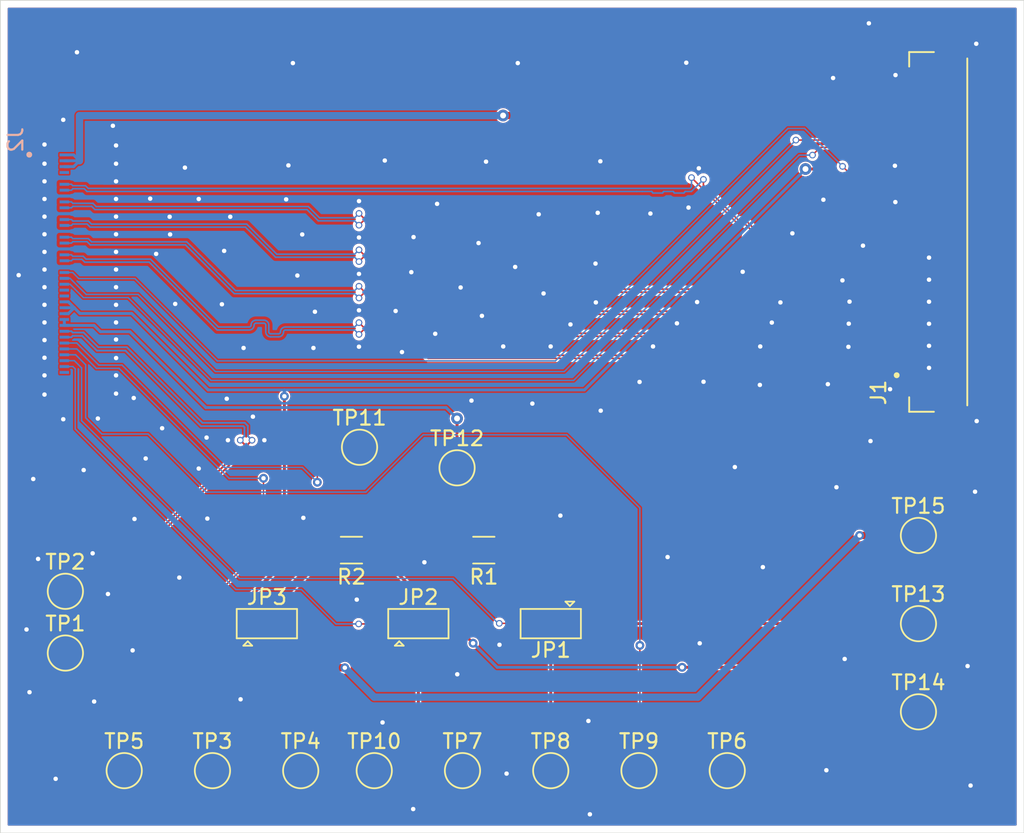
<source format=kicad_pcb>
(kicad_pcb (version 20240108) (generator "pcbnew") (generator_version "8.0")
  (layers (0 "F.Cu" signal) (1 "In1.Cu" power) (2 "In2.Cu" power) (31 "B.Cu" signal) (34 "B.Paste" user) (35 "F.Paste" user) (36 "B.SilkS" user "B.Silkscreen") (37 "F.SilkS" user "F.Silkscreen") (38 "B.Mask" user) (39 "F.Mask" user) (44 "Edge.Cuts" user))
  (net 0 "")
  (net 1 "AUXN")
  (net 2 "AUXP")
  (net 3 "EDP_TXN_0")
  (net 4 "EDP_TXP_2")
  (net 5 "GND")
  (net 6 "EDP_TXP_0")
  (net 7 "BL_POWER")
  (net 8 "TS_INT_N")
  (net 9 "3V_EDP")
  (net 10 "BLK_PWM_LCD")
  (net 11 "USB_DN")
  (net 12 "EDP_TXN_2")
  (net 13 "3V_TS")
  (net 14 "EDP_TXP_1")
  (net 15 "EDP_TXN_1")
  (net 16 "EDP_HPD")
  (net 17 "TS_EN")
  (net 18 "TS_RST")
  (net 19 "BLK_OFF_N")
  (net 20 "TS_SDA")
  (net 21 "EDP_TXP_3")
  (net 22 "EDP_TXN_3")
  (net 23 "TS_SCL")
  (net 24 "USB_DP")
  (net 25 "SELF_TEST")
  (net 26 "sda out")
  (net 27 "Net-(JP1-A)")
  (net 28 "Net-(JP2-B)")
  (net 29 "scl out")
  (net 30 "Net-(JP3-B)")
  (net 31 "3v3 out")
  (footprint "TestPoint:TestPoint_Pad_D2.0mm" (layer "F.Cu") (at 93 116)
    (property "Reference" "TP11")
    (property "Value" "ts_en")
  )
  (footprint "Jumper:SolderJumper-3_P1.3mm_Open_Pad1.0x1.5mm" (layer "F.Cu") (at 97 128)
    (property "Reference" "JP2")
    (property "Value" "scl jmp")
  )
  (footprint "TestPoint:TestPoint_Pad_D2.0mm" (layer "F.Cu") (at 131 122)
    (property "Reference" "TP15")
    (property "Value" "mb 3.3v")
  )
  (footprint "TestPoint:TestPoint_Pad_D2.0mm" (layer "F.Cu") (at 94 138)
    (property "Reference" "TP10")
    (property "Value" "gnd")
  )
  (footprint "Jumper:SolderJumper-3_P1.3mm_Open_Pad1.0x1.5mm" (layer "F.Cu") (at 106 128 180)
    (property "Reference" "JP1")
    (property "Value" "sda jmp")
  )
  (footprint "syms:IPEX_20455-040E-76" (layer "F.Cu") (at 132.42 101.35 90)
    (property "Reference" "J1")
    (property "Value" "20455-040E-76")
  )
  (footprint "TestPoint:TestPoint_Pad_D2.0mm" (layer "F.Cu") (at 77 138)
    (property "Reference" "TP5")
    (property "Value" "reset")
  )
  (footprint "TestPoint:TestPoint_Pad_D2.0mm" (layer "F.Cu") (at 131 134)
    (property "Reference" "TP14")
    (property "Value" "scl tp")
  )
  (footprint "TestPoint:TestPoint_Pad_D2.0mm" (layer "F.Cu") (at 131 128)
    (property "Reference" "TP13")
    (property "Value" "sda tp")
  )
  (footprint "TestPoint:TestPoint_Pad_D2.0mm" (layer "F.Cu") (at 83 138)
    (property "Reference" "TP3")
    (property "Value" "3.3v 1")
  )
  (footprint "Jumper:SolderJumper-3_P1.3mm_Open_Pad1.0x1.5mm" (layer "F.Cu") (at 86.7 128)
    (property "Reference" "JP3")
    (property "Value" "3.3v jmp")
  )
  (footprint "TestPoint:TestPoint_Pad_D2.0mm" (layer "F.Cu") (at 73 125.8)
    (property "Reference" "TP2")
    (property "Value" "USB_DN" (hide yes))
  )
  (footprint "TestPoint:TestPoint_Pad_D2.0mm" (layer "F.Cu") (at 89 138)
    (property "Reference" "TP4")
    (property "Value" "3.3v 2")
  )
  (footprint "TestPoint:TestPoint_Pad_D2.0mm" (layer "F.Cu") (at 99.63 117.4)
    (property "Reference" "TP12")
    (property "Value" "3v_ts")
  )
  (footprint "TestPoint:TestPoint_Pad_D2.0mm" (layer "F.Cu") (at 100 138)
    (property "Reference" "TP7")
    (property "Value" "scl out")
  )
  (footprint "Resistor_SMD:R_1206_3216Metric_Pad1.30x1.75mm_HandSolder" (layer "F.Cu") (at 92.45 123 180)
    (property "Reference" "R2")
    (property "Value" "1k")
  )
  (footprint "TestPoint:TestPoint_Pad_D2.0mm" (layer "F.Cu") (at 118 138)
    (property "Reference" "TP6")
    (property "Value" "gnd")
  )
  (footprint "TestPoint:TestPoint_Pad_D2.0mm" (layer "F.Cu") (at 112 138)
    (property "Reference" "TP9")
    (property "Value" "int")
  )
  (footprint "Resistor_SMD:R_1206_3216Metric_Pad1.30x1.75mm_HandSolder" (layer "F.Cu") (at 101.45 123 180)
    (property "Reference" "R1")
    (property "Value" "1k")
  )
  (footprint "TestPoint:TestPoint_Pad_D2.0mm" (layer "F.Cu") (at 106 138)
    (property "Reference" "TP8")
    (property "Value" "sda out")
  )
  (footprint "TestPoint:TestPoint_Pad_D2.0mm" (layer "F.Cu") (at 73 130)
    (property "Reference" "TP1")
    (property "Value" "USB_DP")
  )
  (footprint "syms:IPEX_20879-040E-01" (layer "B.Cu") (at 74.0125 103.91 -90)
    (property "Reference" "J2")
    (property "Value" "20879-040E-01")
  )
  (gr_rect (start 68.58 85.598) (end 138.176 142.24) (stroke (width 0.05)) (fill none) (layer "Edge.Cuts"))
  (segment (start 120.385846 102.178712) (end 120.821505 102.614371) (width 0.106172) (layer "F.Cu") (net 1))
  (segment (start 119.707023 101.403642) (end 119.6589 101.451766) (width 0.106172) (layer "F.Cu") (net 1))
  (segment (start 116.38026 98.173126) (end 118.785037 100.577903) (width 0.106172) (layer "F.Cu") (net 1))
  (segment (start 129.678885 103.746114) (end 129.824999 103.6) (width 0.106172) (layer "F.Cu") (net 1))
  (segment (start 119.271366 100.577904) (end 119.707024 101.013562) (width 0.106172) (layer "F.Cu") (net 1))
  (segment (start 121.953248 103.746114) (end 129.678885 103.746114) (width 0.106172) (layer "F.Cu") (net 1))
  (segment (start 119.46386 101.743054) (end 119.899518 102.178712) (width 0.106172) (layer "F.Cu") (net 1))
  (segment (start 121.085817 102.878683) (end 121.953248 103.746114) (width 0.106172) (layer "F.Cu") (net 1))
  (segment (start 119.6589 101.451766) (end 119.46386 101.646807) (width 0.106172) (layer "F.Cu") (net 1))
  (segment (start 118.785037 100.577903) (end 118.785036 100.577902) (width 0.106172) (layer "F.Cu") (net 1))
  (segment (start 116.38026 97.77984) (end 116.38026 98.173126) (width 0.106172) (layer "F.Cu") (net 1))
  (segment (start 120.821505 102.614371) (end 121.085817 102.878683) (width 0.106172) (layer "F.Cu") (net 1))
  (segment (start 129.824999 103.6) (end 130.5 103.6) (width 0.106172) (layer "F.Cu") (net 1))
  (via (at 116.38026 97.77984) (size 0.45) (drill 0.3) (layers "F.Cu" "B.Cu") (net 1))
  (arc (start 118.881284 100.577903) (mid 119.076324 100.497115) (end 119.271366 100.577904) (width 0.106172) (layer "F.Cu") (net 1))
  (arc (start 119.46386 101.646807) (mid 119.443927 101.69493) (end 119.46386 101.743054) (width 0.106172) (layer "F.Cu") (net 1))
  (arc (start 119.995765 102.178712) (mid 120.190805 102.097924) (end 120.385846 102.178712) (width 0.106172) (layer "F.Cu") (net 1))
  (arc (start 119.707024 101.013562) (mid 119.787811 101.208602) (end 119.707023 101.403642) (width 0.106172) (layer "F.Cu") (net 1))
  (arc (start 119.899518 102.178712) (mid 119.947642 102.198645) (end 119.995765 102.178712) (width 0.106172) (layer "F.Cu") (net 1))
  (arc (start 118.785036 100.577902) (mid 118.833161 100.597836) (end 118.881284 100.577903) (width 0.106172) (layer "F.Cu") (net 1))
  (segment (start 74.284288 98.413886) (end 73.506115 98.413886) (width 0.106172) (layer "B.Cu") (net 1))
  (segment (start 114.31305 98.597466) (end 113.6909 98.597466) (width 0.106172) (layer "B.Cu") (net 1))
  (segment (start 73.410001 98.51) (end 72.93 98.51) (width 0.106172) (layer "B.Cu") (net 1))
  (segment (start 112.2309 98.597466) (end 111.84382 98.597466) (width 0.106172) (layer "B.Cu") (net 1))
  (segment (start 74.467868 98.597466) (end 74.284288 98.413886) (width 0.106172) (layer "B.Cu") (net 1))
  (segment (start 116.38026 97.77984) (end 115.562634 98.597466) (width 0.106172) (layer "B.Cu") (net 1))
  (segment (start 113.582952 98.705414) (end 112.9609 98.705414) (width 0.106172) (layer "B.Cu") (net 1))
  (segment (start 112.852952 98.597466) (end 112.2309 98.597466) (width 0.106172) (layer "B.Cu") (net 1))
  (segment (start 73.506115 98.413886) (end 73.410001 98.51) (width 0.106172) (layer "B.Cu") (net 1))
  (segment (start 115.562634 98.597466) (end 115.1509 98.597466) (width 0.106172) (layer "B.Cu") (net 1))
  (segment (start 111.84382 98.597466) (end 74.467868 98.597466) (width 0.106172) (layer "B.Cu") (net 1))
  (segment (start 115.04305 98.705316) (end 114.4209 98.705316) (width 0.106172) (layer "B.Cu") (net 1))
  (arc (start 114.4209 98.705316) (mid 114.382769 98.689522) (end 114.366975 98.651391) (width 0.106172) (layer "B.Cu") (net 1))
  (arc (start 112.9609 98.705414) (mid 112.922735 98.689605) (end 112.906926 98.65144) (width 0.106172) (layer "B.Cu") (net 1))
  (arc (start 114.366975 98.651391) (mid 114.351181 98.61326) (end 114.31305 98.597466) (width 0.106172) (layer "B.Cu") (net 1))
  (arc (start 113.6909 98.597466) (mid 113.652735 98.613275) (end 113.636926 98.65144) (width 0.106172) (layer "B.Cu") (net 1))
  (arc (start 115.096975 98.651391) (mid 115.081181 98.689522) (end 115.04305 98.705316) (width 0.106172) (layer "B.Cu") (net 1))
  (arc (start 115.1509 98.597466) (mid 115.112769 98.61326) (end 115.096975 98.651391) (width 0.106172) (layer "B.Cu") (net 1))
  (arc (start 113.636926 98.65144) (mid 113.621117 98.689605) (end 113.582952 98.705414) (width 0.106172) (layer "B.Cu") (net 1))
  (arc (start 112.906926 98.65144) (mid 112.891117 98.613275) (end 112.852952 98.597466) (width 0.106172) (layer "B.Cu") (net 1))
  (segment (start 120.674588 102.761288) (end 120.9389 103.0256) (width 0.106172) (layer "F.Cu") (net 2))
  (segment (start 118.63812 100.72482) (end 118.638119 100.724819) (width 0.106172) (layer "F.Cu") (net 2))
  (segment (start 129.678885 103.953886) (end 129.824999 104.1) (width 0.106172) (layer "F.Cu") (net 2))
  (segment (start 119.560106 101.256725) (end 119.511983 101.304849) (width 0.106172) (layer "F.Cu") (net 2))
  (segment (start 115.57 97.6567) (end 118.63812 100.72482) (width 0.106172) (layer "F.Cu") (net 2))
  (segment (start 129.824999 104.1) (end 130.5 104.1) (width 0.106172) (layer "F.Cu") (net 2))
  (segment (start 120.238929 102.325629) (end 120.674588 102.761288) (width 0.106172) (layer "F.Cu") (net 2))
  (segment (start 121.867186 103.953886) (end 129.678885 103.953886) (width 0.106172) (layer "F.Cu") (net 2))
  (segment (start 119.316943 101.889971) (end 119.752601 102.325629) (width 0.106172) (layer "F.Cu") (net 2))
  (segment (start 120.9389 103.0256) (end 121.867186 103.953886) (width 0.106172) (layer "F.Cu") (net 2))
  (segment (start 119.511983 101.304849) (end 119.316943 101.49989) (width 0.106172) (layer "F.Cu") (net 2))
  (segment (start 119.124449 100.724821) (end 119.560107 101.160479) (width 0.106172) (layer "F.Cu") (net 2))
  (via (at 115.57 97.6567) (size 0.45) (drill 0.3) (layers "F.Cu" "B.Cu") (net 2))
  (arc (start 119.028201 100.72482) (mid 119.076324 100.704887) (end 119.124449 100.724821) (width 0.106172) (layer "F.Cu") (net 2))
  (arc (start 118.638119 100.724819) (mid 118.833161 100.805608) (end 119.028201 100.72482) (width 0.106172) (layer "F.Cu") (net 2))
  (arc (start 119.752601 102.325629) (mid 119.947642 102.406417) (end 120.142682 102.325629) (width 0.106172) (layer "F.Cu") (net 2))
  (arc (start 120.142682 102.325629) (mid 120.190805 102.305696) (end 120.238929 102.325629) (width 0.106172) (layer "F.Cu") (net 2))
  (arc (start 119.560107 101.160479) (mid 119.580039 101.208602) (end 119.560106 101.256725) (width 0.106172) (layer "F.Cu") (net 2))
  (arc (start 119.316943 101.49989) (mid 119.236155 101.69493) (end 119.316943 101.889971) (width 0.106172) (layer "F.Cu") (net 2))
  (segment (start 74.370352 98.206114) (end 73.506115 98.206114) (width 0.106172) (layer "B.Cu") (net 2))
  (segment (start 115.476572 98.389694) (end 74.553932 98.389694) (width 0.106172) (layer "B.Cu") (net 2))
  (segment (start 74.553932 98.389694) (end 74.370352 98.206114) (width 0.106172) (layer "B.Cu") (net 2))
  (segment (start 115.57 98.296266) (end 115.476572 98.389694) (width 0.106172) (layer "B.Cu") (net 2))
  (segment (start 73.506115 98.206114) (end 73.410001 98.11) (width 0.106172) (layer "B.Cu") (net 2))
  (segment (start 73.410001 98.11) (end 72.93 98.11) (width 0.106172) (layer "B.Cu") (net 2))
  (segment (start 115.57 97.6567) (end 115.57 98.296266) (width 0.106172) (layer "B.Cu") (net 2))
  (segment (start 102.678378 100.595176) (end 104.052625 101.969423) (width 0.106172) (layer "F.Cu") (net 3))
  (segment (start 130.5 105.6) (end 129.824999 105.6) (width 0.106172) (layer "F.Cu") (net 3))
  (segment (start 104.052625 101.969423) (end 104.052624 101.969421) (width 0.106172) (layer "F.Cu") (net 3))
  (segment (start 104.788015 103.558836) (end 105.096394 103.867215) (width 0.106172) (layer "F.Cu") (net 3))
  (segment (start 106.258797 104.175594) (end 106.295391 104.212189) (width 0.106172) (layer "F.Cu") (net 3))
  (segment (start 106.295391 104.212189) (end 107.537088 105.453886) (width 0.106172) (layer "F.Cu") (net 3))
  (segment (start 92.96146 100.89256) (end 93.258844 100.595176) (width 0.106172) (layer "F.Cu") (net 3))
  (segment (start 105.074979 102.697943) (end 104.788015 102.984907) (width 0.106172) (layer "F.Cu") (net 3))
  (segment (start 104.906648 101.969422) (end 105.215027 102.277801) (width 0.106172) (layer "F.Cu") (net 3))
  (segment (start 93.258844 100.595176) (end 102.678378 100.595176) (width 0.106172) (layer "F.Cu") (net 3))
  (segment (start 105.950417 103.867215) (end 106.258797 104.175594) (width 0.106172) (layer "F.Cu") (net 3))
  (segment (start 129.824999 105.6) (end 129.678885 105.453886) (width 0.106172) (layer "F.Cu") (net 3))
  (segment (start 129.678885 105.453886) (end 107.537088 105.453886) (width 0.106172) (layer "F.Cu") (net 3))
  (segment (start 105.215028 102.557897) (end 105.074979 102.697943) (width 0.106172) (layer "F.Cu") (net 3))
  (via (at 92.96146 100.89256) (size 0.45) (drill 0.3) (layers "F.Cu" "B.Cu") (net 3))
  (arc (start 105.670323 103.867215) (mid 105.81037 103.809206) (end 105.950417 103.867215) (width 0.106172) (layer "F.Cu") (net 3))
  (arc (start 105.096394 103.867215) (mid 105.383359 103.986079) (end 105.670323 103.867215) (width 0.106172) (layer "F.Cu") (net 3))
  (arc (start 105.215027 102.277801) (mid 105.273037 102.41785) (end 105.215028 102.557897) (width 0.106172) (layer "F.Cu") (net 3))
  (arc (start 104.626554 101.969422) (mid 104.766601 101.911413) (end 104.906648 101.969422) (width 0.106172) (layer "F.Cu") (net 3))
  (arc (start 104.052624 101.969421) (mid 104.33959 102.088286) (end 104.626554 101.969422) (width 0.106172) (layer "F.Cu") (net 3))
  (arc (start 104.788015 102.984907) (mid 104.669151 103.271871) (end 104.788015 103.558836) (width 0.106172) (layer "F.Cu") (net 3))
  (segment (start 90.194278 100.597716) (end 92.666616 100.597716) (width 0.106172) (layer "B.Cu") (net 3))
  (segment (start 73.410001 99.71) (end 73.506115 99.613886) (width 0.106172) (layer "B.Cu") (net 3))
  (segment (start 89.428468 99.831906) (end 90.194278 100.597716) (width 0.106172) (layer "B.Cu") (net 3))
  (segment (start 75.006348 99.831906) (end 89.428468 99.831906) (width 0.106172) (layer "B.Cu") (net 3))
  (segment (start 73.506115 99.613886) (end 74.788328 99.613886) (width 0.106172) (layer "B.Cu") (net 3))
  (segment (start 74.788328 99.613886) (end 75.006348 99.831906) (width 0.106172) (layer "B.Cu") (net 3))
  (segment (start 72.93 99.71) (end 73.410001 99.71) (width 0.106172) (layer "B.Cu") (net 3))
  (segment (start 92.666616 100.597716) (end 92.96146 100.89256) (width 0.106172) (layer "B.Cu") (net 3))
  (segment (start 97.979029 105.688331) (end 97.979027 105.68833) (width 0.106172) (layer "F.Cu") (net 4))
  (segment (start 92.96146 105.04536) (end 93.257574 105.341474) (width 0.106172) (layer "F.Cu") (net 4))
  (segment (start 97.632172 105.341474) (end 97.979029 105.688331) (width 0.106172) (layer "F.Cu") (net 4))
  (segment (start 98.686133 107.108039) (end 99.036938 107.458844) (width 0.106172) (layer "F.Cu") (net 4))
  (segment (start 98.937742 106.647046) (end 98.686133 106.898655) (width 0.106172) (layer "F.Cu") (net 4))
  (segment (start 129.824999 108.1) (end 130.5 108.1) (width 0.106172) (layer "F.Cu") (net 4))
  (segment (start 99.042436 106.542355) (end 98.937742 106.647046) (width 0.106172) (layer "F.Cu") (net 4))
  (segment (start 100.310749 108.020051) (end 100.536812 108.246114) (width 0.106172) (layer "F.Cu") (net 4))
  (segment (start 100.536812 108.246114) (end 129.678885 108.246114) (width 0.106172) (layer "F.Cu") (net 4))
  (segment (start 99.74954 107.458844) (end 100.100347 107.80965) (width 0.106172) (layer "F.Cu") (net 4))
  (segment (start 129.678885 108.246114) (end 129.824999 108.1) (width 0.106172) (layer "F.Cu") (net 4))
  (segment (start 100.100347 107.80965) (end 100.310749 108.020051) (width 0.106172) (layer "F.Cu") (net 4))
  (segment (start 93.257574 105.341474) (end 97.632172 105.341474) (width 0.106172) (layer "F.Cu") (net 4))
  (segment (start 98.691631 105.688332) (end 99.042436 106.039137) (width 0.106172) (layer "F.Cu") (net 4))
  (via (at 92.96146 105.04536) (size 0.45) (drill 0.3) (layers "F.Cu" "B.Cu") (net 4))
  (arc (start 99.042436 106.039137) (mid 99.146655 106.290745) (end 99.042436 106.542355) (width 0.106172) (layer "F.Cu") (net 4))
  (arc (start 98.686133 106.898655) (mid 98.642768 107.003347) (end 98.686133 107.108039) (width 0.106172) (layer "F.Cu") (net 4))
  (arc (start 98.188413 105.688332) (mid 98.440021 105.584111) (end 98.691631 105.688332) (width 0.106172) (layer "F.Cu") (net 4))
  (arc (start 97.979027 105.68833) (mid 98.08372 105.731696) (end 98.188413 105.688332) (width 0.106172) (layer "F.Cu") (net 4))
  (arc (start 99.246322 107.458844) (mid 99.497931 107.354624) (end 99.74954 107.458844) (width 0.106172) (layer "F.Cu") (net 4))
  (arc (start 99.036938 107.458844) (mid 99.14163 107.502209) (end 99.246322 107.458844) (width 0.106172) (layer "F.Cu") (net 4))
  (segment (start 72.93 101.71) (end 73.410001 101.71) (width 0.106172) (layer "B.Cu") (net 4))
  (segment (start 74.777452 102.024434) (end 81.249372 102.024434) (width 0.106172) (layer "B.Cu") (net 4))
  (segment (start 92.665346 105.341474) (end 92.96146 105.04536) (width 0.106172) (layer "B.Cu") (net 4))
  (segment (start 73.410001 101.71) (end 73.506115 101.806114) (width 0.106172) (layer "B.Cu") (net 4))
  (segment (start 74.559132 101.806114) (end 74.777452 102.024434) (width 0.106172) (layer "B.Cu") (net 4))
  (segment (start 84.566412 105.341474) (end 92.665346 105.341474) (width 0.106172) (layer "B.Cu") (net 4))
  (segment (start 73.506115 101.806114) (end 74.559132 101.806114) (width 0.106172) (layer "B.Cu") (net 4))
  (segment (start 81.249372 102.024434) (end 84.566412 105.341474) (width 0.106172) (layer "B.Cu") (net 4))
  (via (at 126.2634 107.5944) (size 0.45) (drill 0.3) (layers "F.Cu" "B.Cu") (net 5))
  (via (at 71.58 107.51) (size 0.45) (drill 0.3) (layers "F.Cu" "B.Cu") (net 5))
  (via (at 74.8538 123.2154) (size 0.6) (drill 0.3) (layers "F.Cu" "B.Cu") (net 5))
  (via (at 82.0674 117.4496) (size 0.6) (drill 0.3) (layers "F.Cu" "B.Cu") (net 5))
  (via (at 71.58 105.11) (size 0.45) (drill 0.3) (layers "F.Cu" "B.Cu") (net 5))
  (via (at 99.6442 131.445) (size 0.6) (drill 0.3) (layers "F.Cu" "B.Cu") (net 5))
  (via (at 102.5144 129.4384) (size 0.6) (drill 0.3) (layers "F.Cu" "B.Cu") (net 5))
  (via (at 71.58 112.415) (size 0.45) (drill 0.3) (layers "F.Cu" "B.Cu") (net 5))
  (via (at 126.3142 106.0958) (size 0.45) (drill 0.3) (layers "F.Cu" "B.Cu") (net 5))
  (via (at 92.96146 106.68356) (size 0.6) (drill 0.3) (layers "F.Cu" "B.Cu") (net 5))
  (via (at 82.0674 99.1108) (size 0.45) (drill 0.3) (layers "F.Cu" "B.Cu") (net 5))
  (via (at 85.1154 109.2454) (size 0.6) (drill 0.3) (layers "F.Cu" "B.Cu") (net 5))
  (via (at 98.2726 99.441) (size 0.6) (drill 0.3) (layers "F.Cu" "B.Cu") (net 5))
  (via (at 118.5164 117.348) (size 0.6) (drill 0.3) (layers "F.Cu" "B.Cu") (net 5))
  (via (at 116.1288 129.3368) (size 0.6) (drill 0.3) (layers "F.Cu" "B.Cu") (net 5))
  (via (at 75.8952 125.984) (size 0.6) (drill 0.3) (layers "F.Cu" "B.Cu") (net 5))
  (via (at 121.6152 106.1466) (size 0.45) (drill 0.3) (layers "F.Cu" "B.Cu") (net 5))
  (via (at 100.6094 112.8268) (size 0.6) (drill 0.3) (layers "F.Cu" "B.Cu") (net 5))
  (via (at 72.855 114.095) (size 0.45) (drill 0.3) (layers "F.Cu" "B.Cu") (net 5))
  (via (at 76.445 97.91) (size 0.45) (drill 0.3) (layers "F.Cu" "B.Cu") (net 5))
  (via (at 76.445 100.31) (size 0.45) (drill 0.3) (layers "F.Cu" "B.Cu") (net 5))
  (via (at 89.9668 106.7816) (size 0.6) (drill 0.3) (layers "F.Cu" "B.Cu") (net 5))
  (via (at 76.445 101.51) (size 0.45) (drill 0.3) (layers "F.Cu" "B.Cu") (net 5))
  (via (at 96.6724 101.7016) (size 0.6) (drill 0.3) (layers "F.Cu" "B.Cu") (net 5))
  (via (at 124.7394 137.9728) (size 0.6) (drill 0.3) (layers "F.Cu" "B.Cu") (net 5))
  (via (at 131.7192 107.6) (size 0.6) (drill 0.3) (layers "F.Cu" "B.Cu") (net 5))
  (via (at 73.787 89.1286) (size 0.6) (drill 0.3) (layers "F.Cu" "B.Cu") (net 5))
  (via (at 109.1946 100.0506) (size 0.6) (drill 0.3) (layers "F.Cu" "B.Cu") (net 5))
  (via (at 82.6008 115.3414) (size 0.45) (drill 0.3) (layers "F.Cu" "B.Cu") (net 5))
  (via (at 134.3406 130.8862) (size 0.6) (drill 0.3) (layers "F.Cu" "B.Cu") (net 5))
  (via (at 71.58 97.91) (size 0.45) (drill 0.3) (layers "F.Cu" "B.Cu") (net 5))
  (via (at 114.5794 107.569) (size 0.45) (drill 0.3) (layers "F.Cu" "B.Cu") (net 5))
  (via (at 129.44 90.68) (size 0.6) (drill 0.3) (layers "F.Cu" "B.Cu") (net 5))
  (via (at 86.5282 115.52) (size 0.6) (drill 0.3) (layers "F.Cu" "B.Cu") (net 5))
  (via (at 71.58 95.405) (size 0.45) (drill 0.3) (layers "F.Cu" "B.Cu") (net 5))
  (via (at 103.5812 103.7336) (size 0.6) (drill 0.3) (layers "F.Cu" "B.Cu") (net 5))
  (via (at 106.6546 120.65) (size 0.6) (drill 0.3) (layers "F.Cu" "B.Cu") (net 5))
  (via (at 125.4252 118.7196) (size 0.6) (drill 0.3) (layers "F.Cu" "B.Cu") (net 5))
  (via (at 89.1794 120.8024) (size 0.6) (drill 0.3) (layers "F.Cu" "B.Cu") (net 5))
  (via (at 99.8728 105.1306) (size 0.6) (drill 0.3) (layers "F.Cu" "B.Cu") (net 5))
  (via (at 131.7192 110.6) (size 0.6) (drill 0.3) (layers "F.Cu" "B.Cu") (net 5))
  (via (at 119.0498 104.0638) (size 0.6) (drill 0.3) (layers "F.Cu" "B.Cu") (net 5))
  (via (at 78.4606 116.7638) (size 0.6) (drill 0.3) (layers "F.Cu" "B.Cu") (net 5))
  (via (at 83.7946 102.6414) (size 0.6) (drill 0.3) (layers "F.Cu" "B.Cu") (net 5))
  (via (at 109.3724 96.5454) (size 0.6) (drill 0.3) (layers "F.Cu" "B.Cu") (net 5))
  (via (at 76.445 112.35) (size 0.45) (drill 0.3) (layers "F.Cu" "B.Cu") (net 5))
  (via (at 88.1634 96.8248) (size 0.6) (drill 0.3) (layers "F.Cu" "B.Cu") (net 5))
  (via (at 82.6516 120.8532) (size 0.6) (drill 0.3) (layers "F.Cu" "B.Cu") (net 5))
  (via (at 120.2182 111.76) (size 0.6) (drill 0.3) (layers "F.Cu" "B.Cu") (net 5))
  (via (at 129.4 96.85) (size 0.6) (drill 0.3) (layers "F.Cu" "B.Cu") (net 5))
  (via (at 124.5362 99.1616) (size 0.6) (drill 0.3) (layers "F.Cu" "B.Cu") (net 5))
  (via (at 71.58 100.31) (size 0.45) (drill 0.3) (layers "F.Cu" "B.Cu") (net 5))
  (via (at 101.3206 107.061) (size 0.6) (drill 0.3) (layers "F.Cu" "B.Cu") (net 5))
  (via (at 71.58 102.71) (size 0.45) (drill 0.3) (layers "F.Cu" "B.Cu") (net 5))
  (via (at 92.8116 126.365) (size 0.6) (drill 0.3) (layers "F.Cu" "B.Cu") (net 5))
  (via (at 122.428 101.4476) (size 0.6) (drill 0.3) (layers "F.Cu" "B.Cu") (net 5))
  (via (at 77.5716 129.8194) (size 0.6) (drill 0.3) (layers "F.Cu" "B.Cu") (net 5))
  (via (at 103.759 89.8652) (size 0.6) (drill 0.3) (layers "F.Cu" "B.Cu") (net 5))
  (via (at 131.7192 109.1) (size 0.6) (drill 0.3) (layers "F.Cu" "B.Cu") (net 5))
  (via (at 71.58 109.91) (size 0.45) (drill 0.3) (layers "F.Cu" "B.Cu") (net 5))
  (via (at 76.445 105.11) (size 0.45) (drill 0.3) (layers "F.Cu" "B.Cu") (net 5))
  (via (at 115.951 106.1212) (size 0.45) (drill 0.3) (layers "F.Cu" "B.Cu") (net 5))
  (via (at 72.855 93.725) (size 0.45) (drill 0.3) (layers "F.Cu" "B.Cu") (net 5))
  (via (at 76.445 96.71) (size 0.45) (drill 0.3) (layers "F.Cu" "B.Cu") (net 5))
  (via (at 76.445 107.51) (size 0.45) (drill 0.3) (layers "F.Cu" "B.Cu") (net 5))
  (via (at 127.74 115.58) (size 0.6) (drill 0.3) (layers "F.Cu" "B.Cu") (net 5))
  (via (at 129.07 112.05) (size 0.6) (drill 0.3) (layers "F.Cu" "B.Cu") (net 5))
  (via (at 134.96 114.22) (size 0.6) (drill 0.3) (layers "F.Cu" "B.Cu") (net 5))
  (via (at 71.58 103.91) (size 0.45) (drill 0.3) (layers "F.Cu" "B.Cu") (net 5))
  (via (at 116.38762 111.54496) (size 0.6) (drill 0.3) (layers "F.Cu" "B.Cu") (net 5))
  (via (at 70.358 128.397) (size 0.6) (drill 0.3) (layers "F.Cu" "B.Cu") (net 5))
  (via (at 109.0676 106.1466) (size 0.45) (drill 0.3) (layers "F.Cu" "B.Cu") (net 5))
  (via (at 112.9538 109.1438) (size 0.45) (drill 0.3) (layers "F.Cu" "B.Cu") (net 5))
  (via (at 83.6422 106.2736) (size 0.6) (drill 0.3) (layers "F.Cu" "B.Cu") (net 5))
  (via (at 134.93 88.55) (size 0.6) (drill 0.3) (layers "F.Cu" "B.Cu") (net 5))
  (via (at 96.52 104.0892) (size 0.6) (drill 0.3) (layers "F.Cu" "B.Cu") (net 5))
  (via (at 95.885 109.5248) (size 0.6) (drill 0.3) (layers "F.Cu" "B.Cu") (net 5))
  (via (at 83.9724 112.6998) (size 0.45) (drill 0.3) (layers "F.Cu" "B.Cu") (net 5))
  (via (at 94.5642 134.7216) (size 0.6) (drill 0.3) (layers "F.Cu" "B.Cu") (net 5))
  (via (at 102.7684 109.1438) (size 0.45) (drill 0.3) (layers "F.Cu" "B.Cu") (net 5))
  (via (at 97.409 123.825) (size 0.6) (drill 0.3) (layers "F.Cu" "B.Cu") (net 5))
  (via (at 120.4214 124.1552) (size 0.6) (drill 0.3) (layers "F.Cu" "B.Cu") (net 5))
  (via (at 70.5612 132.6642) (size 0.6) (drill 0.3) (layers "F.Cu" "B.Cu") (net 5))
  (via (at 71.58 106.31) (size 0.45) (drill 0.3) (layers "F.Cu" "B.Cu") (net 5))
  (via (at 96.647 140.6144) (size 0.6) (drill 0.3) (layers "F.Cu" "B.Cu") (net 5))
  (via (at 69.8246 104.2924) (size 0.6) (drill 0.3) (layers "F.Cu" "B.Cu") (net 5))
  (via (at 115.2144 89.8398) (size 0.6) (drill 0.3) (layers "F.Cu" "B.Cu") (net 5))
  (via (at 88.4682 89.8652) (size 0.6) (drill 0.3) (layers "F.Cu" "B.Cu") (net 5))
  (via (at 92.96146 101.73076) (size 0.6) (drill 0.3) (layers "F.Cu" "B.Cu") (net 5))
  (via (at 75.21 114.045) (size 0.45) (drill 0.3) (layers "F.Cu" "B.Cu") (net 5))
  (via (at 101.092 102.108) (size 0.6) (drill 0.3) (layers "F.Cu" "B.Cu") (net 5))
  (via (at 92.96146 109.15996) (size 0.6) (drill 0.3) (layers "F.Cu" "B.Cu") (net 5))
  (via (at 129.43 99.32) (size 0.6) (drill 0.3) (layers "F.Cu" "B.Cu") (net 5))
  (via (at 131.7192 103.1) (size 0.6) (drill 0.3) (layers "F.Cu" "B.Cu") (net 5))
  (via (at 71.58 111.11) (size 0.45) (drill 0.3) (layers "F.Cu" "B.Cu") (net 5))
  (via (at 131.7192 106.1) (size 0.6) (drill 0.3) (layers "F.Cu" "B.Cu") (net 5))
  (via (at 74.9554 133.2992) (size 0.6) (drill 0.3) (layers "F.Cu" "B.Cu") (net 5))
  (via (at 120.2436 109.1438) (size 0.45) (drill 0.3) (layers "F.Cu" "B.Cu") (net 5))
  (via (at 76.445 108.67) (size 0.45) (drill 0.3) (layers "F.Cu" "B.Cu") (net 5))
  (via (at 89.8652 109.2454) (size 0.6) (drill 0.3) (layers "F.Cu" "B.Cu") (net 5))
  (via (at 71.1454 123.5964) (size 0.6) (drill 0.3) (layers "F.Cu" "B.Cu") (net 5))
  (via (at 80.7466 124.8664) (size 0.6) (drill 0.3) (layers "F.Cu" "B.Cu") (net 5))
  (via (at 126.238 109.1692) (size 0.45) (drill 0.3) (layers "F.Cu" "B.Cu") (net 5))
  (via (at 105.9942 109.1438) (size 0.45) (drill 0.3) (layers "F.Cu" "B.Cu") (net 5))
  (via (at 113.9444 123.4694) (size 0.6) (drill 0.3) (layers "F.Cu" "B.Cu") (net 5))
  (via (at 76.23 94.13) (size 0.45) (drill 0.3) (layers "F.Cu" "B.Cu") (net 5))
  (via (at 116.06784 97.02292) (size 0.6) (drill 0.3) (layers "F.Cu" "B.Cu") (net 5))
  (via (at 127.63 87.16) (size 0.6) (drill 0.3) (layers "F.Cu" "B.Cu") (net 5))
  (via (at 76.445 99.11) (size 0.45) (drill 0.3) (layers "F.Cu" "B.Cu") (net 5))
  (via (at 105.1814 100.1522) (size 0.6) (drill 0.3) (layers "F.Cu" "B.Cu") (net 5))
  (via (at 131.7192 104.6) (size 0.6) (drill 0.3) (layers "F.Cu" "B.Cu") (net 5))
  (via (at 108.5596 134.62) (size 0.6) (drill 0.3) (layers "F.Cu" "B.Cu") (net 5))
  (via (at 134.5438 139.0142) (size 0.6) (drill 0.3) (layers "F.Cu" "B.Cu") (net 5))
  (via (at 80.4672 106.2482) (size 0.45) (drill 0.3) (layers "F.Cu" "B.Cu") (net 5))
  (via (at 76.45 109.93) (size 0.45) (drill 0.3) (layers "F.Cu" "B.Cu") (net 5))
  (via (at 108.6612 140.97) (size 0.6) (drill 0.3) (layers "F.Cu" "B.Cu") (net 5))
  (via (at 84.0518 115.52) (size 0.6) (drill 0.3) (layers "F.Cu" "B.Cu") (net 5))
  (via (at 76.445 102.71) (size 0.45) (drill 0.3) (layers "F.Cu" "B.Cu") (net 5))
  (via (at 80.12 101.52) (size 0.45) (drill 0.3) (layers "F.Cu" "B.Cu") (net 5))
  (via (at 104.7496 113.03) (size 0.6) (drill 0.3) (layers "F.Cu" "B.Cu") (net 5))
  (via (at 81.1276 96.9772) (size 0.6) (drill 0.3) (layers "F.Cu" "B.Cu") (net 5))
  (via (at 71.58 101.51) (size 0.45) (drill 0.3) (layers "F.Cu" "B.Cu") (net 5))
  (via (at 74.2442 117.5512) (size 0.6) (drill 0.3) (layers "F.Cu" "B.Cu") (net 5))
  (via (at 98.1456 108.2802) (size 0.6) (drill 0.3) (layers "F.Cu" "B.Cu") (net 5))
  (via (at 72.3392 138.557) (size 0.6) (drill 0.3) (layers "F.Cu" "B.Cu") (net 5))
  (via (at 70.8152 118.1608) (size 0.6) (drill 0.3) (layers "F.Cu" "B.Cu") (net 5))
  (via (at 71.58 96.71) (size 0.45) (drill 0.3) (layers "F.Cu" "B.Cu") (net 5))
  (via (at 88.011 99.1362) (size 0.45) (drill 0.3) (layers "F.Cu" "B.Cu") (net 5))
  (via (at 124.841 111.7092) (size 0.6) (drill 0.3) (layers "F.Cu" "B.Cu") (net 5))
  (via (at 84.9122 133.1468) (size 0.6) (drill 0.3) (layers "F.Cu" "B.Cu") (net 5))
  (via (at 134.8486 119.0244) (size 0.6) (drill 0.3) (layers "F.Cu" "B.Cu") (net 5))
  (via (at 102.997 138.2014) (size 0.6) (drill 0.3) (layers "F.Cu" "B.Cu") (net 5))
  (via (at 107.3404 107.6452) (size 0.45) (drill 0.3) (layers "F.Cu" "B.Cu") (net 5))
  (via (at 105.5116 105.537) (size 0.6) (drill 0.3) (layers "F.Cu" "B.Cu") (net 5))
  (via (at 77.6478 112.649) (size 0.6) (drill 0.3) (layers "F.Cu" "B.Cu") (net 5))
  (via (at 71.58 99.11) (size 0.45) (drill 0.3) (layers "F.Cu" "B.Cu") (net 5))
  (via (at 125.1966 90.8812) (size 0.6) (drill 0.3) (layers "F.Cu" "B.Cu") (net 5))
  (via (at 112.776 100.1014) (size 0.6) (drill 0.3) (layers "F.Cu" "B.Cu") (net 5))
  (via (at 112.0394 111.5568) (size 0.6) (drill 0.3) (layers "F.Cu" "B.Cu") (net 5))
  (via (at 115.3668 99.695) (size 0.6) (drill 0.3) (layers "F.Cu" "B.Cu") (net 5))
  (via (at 76.445 95.47) (size 0.45) (drill 0.3) (layers "F.Cu" "B.Cu") (net 5))
  (via (at 76.445 103.91) (size 0.45) (drill 0.3) (layers "F.Cu" "B.Cu") (net 5))
  (via (at 125.984 130.4036) (size 0.6) (drill 0.3) (layers "F.Cu" "B.Cu") (net 5))
  (via (at 121.031 107.5182) (size 0.45) (drill 0.3) (layers "F.Cu" "B.Cu") (net 5))
  (via (at 71.58 108.71) (size 0.45) (drill 0.3) (layers "F.Cu" "B.Cu") (net 5))
  (via (at 127.2286 102.2858) (size 0.6) (drill 0.3) (layers "F.Cu" "B.Cu") (net 5))
  (via (at 76.445 111.11) (size 0.45) (drill 0.3) (layers "F.Cu" "B.Cu") (net 5))
  (via (at 88.773 104.3178) (size 0.6) (drill 0.3) (layers "F.Cu" "B.Cu") (net 5))
  (via (at 80.09 100.32) (size 0.45) (drill 0.3) (layers "F.Cu" "B.Cu") (net 5))
  (via (at 79.1718 102.8446) (size 0.45) (drill 0.3) (layers "F.Cu" "B.Cu") (net 5))
  (via (at 109.0422 103.505) (size 0.6) (drill 0.3) (layers "F.Cu" "B.Cu") (net 5))
  (via (at 78.7654 99.0854) (size 0.45) (drill 0.3) (layers "F.Cu" "B.Cu") (net 5))
  (via (at 92.964 99.25436) (size 0.6) (drill 0.3) (layers "F.Cu" "B.Cu") (net 5))
  (via (at 101.6 96.5708) (size 0.6) (drill 0.3) (layers "F.Cu" "B.Cu") (net 5))
  (via (at 84.21 100.32) (size 0.45) (drill 0.3) (layers "F.Cu" "B.Cu") (net 5))
  (via (at 89.1032 101.5238) (size 0.6) (drill 0.3) (layers "F.Cu" "B.Cu") (net 5))
  (via (at 85.7504 113.919) (size 0.45) (drill 0.3) (layers "F.Cu" "B.Cu") (net 5))
  (via (at 95.4532 106.7308) (size 0.6) (drill 0.3) (layers "F.Cu" "B.Cu") (net 5))
  (via (at 94.7166 96.4946) (size 0.6) (drill 0.3) (layers "F.Cu" "B.Cu") (net 5))
  (via (at 125.8316 104.648) (size 0.6) (drill 0.3) (layers "F.Cu" "B.Cu") (net 5))
  (via (at 76.445 106.31) (size 0.45) (drill 0.3) (layers "F.Cu" "B.Cu") (net 5))
  (via (at 92.96146 104.20716) (size 0.6) (drill 0.3) (layers "F.Cu" "B.Cu") (net 5))
  (via (at 109.3978 113.5126) (size 0.6) (drill 0.3) (layers "F.Cu" "B.Cu") (net 5))
  (via (at 77.6986 120.8786) (size 0.6) (drill 0.3) (layers "F.Cu" "B.Cu") (net 5))
  (via (at 79.5782 114.7064) (size 0.6) (drill 0.3) (layers "F.Cu" "B.Cu") (net 5))
  (segment (start 92.964 100.09256) (end 93.258844 100.387404) (width 0.106172) (layer "F.Cu") (net 6))
  (segment (start 107.623152 105.246114) (end 106.442309 104.065271) (width 0.106172) (layer "F.Cu") (net 6))
  (segment (start 129.678885 105.246114) (end 107.623152 105.246114) (width 0.106172) (layer "F.Cu") (net 6))
  (segment (start 102.764442 100.387404) (end 104.199543 101.822505) (width 0.106172) (layer "F.Cu") (net 6))
  (segment (start 104.199543 101.822505) (end 104.199541 101.822504) (width 0.106172) (layer "F.Cu") (net 6))
  (segment (start 105.361945 102.704814) (end 105.221896 102.84486) (width 0.106172) (layer "F.Cu") (net 6))
  (segment (start 105.053565 101.822505) (end 105.361944 102.130884) (width 0.106172) (layer "F.Cu") (net 6))
  (segment (start 129.824999 105.1) (end 129.678885 105.246114) (width 0.106172) (layer "F.Cu") (net 6))
  (segment (start 104.934932 103.411919) (end 105.243311 103.720298) (width 0.106172) (layer "F.Cu") (net 6))
  (segment (start 130.5 105.1) (end 129.824999 105.1) (width 0.106172) (layer "F.Cu") (net 6))
  (segment (start 106.097334 103.720298) (end 106.405714 104.028677) (width 0.106172) (layer "F.Cu") (net 6))
  (segment (start 105.221896 102.84486) (end 104.934932 103.131824) (width 0.106172) (layer "F.Cu") (net 6))
  (segment (start 106.405714 104.028677) (end 106.442309 104.065271) (width 0.106172) (layer "F.Cu") (net 6))
  (segment (start 93.258844 100.387404) (end 102.764442 100.387404) (width 0.106172) (layer "F.Cu") (net 6))
  (via (at 92.964 100.09256) (size 0.45) (drill 0.3) (layers "F.Cu" "B.Cu") (net 6))
  (arc (start 104.199541 101.822504) (mid 104.33959 101.880514) (end 104.479637 101.822505) (width 0.106172) (layer "F.Cu") (net 6))
  (arc (start 105.361944 102.130884) (mid 105.480809 102.41785) (end 105.361945 102.704814) (width 0.106172) (layer "F.Cu") (net 6))
  (arc (start 105.243311 103.720298) (mid 105.383359 103.778307) (end 105.523406 103.720298) (width 0.106172) (layer "F.Cu") (net 6))
  (arc (start 104.479637 101.822505) (mid 104.766601 101.703641) (end 105.053565 101.822505) (width 0.106172) (layer "F.Cu") (net 6))
  (arc (start 104.934932 103.131824) (mid 104.876923 103.271871) (end 104.934932 103.411919) (width 0.106172) (layer "F.Cu") (net 6))
  (arc (start 105.523406 103.720298) (mid 105.81037 103.601434) (end 106.097334 103.720298) (width 0.106172) (layer "F.Cu") (net 6))
  (segment (start 92.666616 100.389944) (end 92.964 100.09256) (width 0.106172) (layer "B.Cu") (net 6))
  (segment (start 75.092412 99.624134) (end 89.514532 99.624134) (width 0.106172) (layer "B.Cu") (net 6))
  (segment (start 73.410001 99.31) (end 73.506115 99.406114) (width 0.106172) (layer "B.Cu") (net 6))
  (segment (start 72.93 99.31) (end 73.410001 99.31) (width 0.106172) (layer "B.Cu") (net 6))
  (segment (start 74.874392 99.406114) (end 75.092412 99.624134) (width 0.106172) (layer "B.Cu") (net 6))
  (segment (start 89.514532 99.624134) (end 90.280342 100.389944) (width 0.106172) (layer "B.Cu") (net 6))
  (segment (start 90.280342 100.389944) (end 92.666616 100.389944) (width 0.106172) (layer "B.Cu") (net 6))
  (segment (start 73.506115 99.406114) (end 74.874392 99.406114) (width 0.106172) (layer "B.Cu") (net 6))
  (segment (start 129.2 93.64) (end 129.2 93.2) (width 0.5) (layer "F.Cu") (net 7))
  (segment (start 129.2 93.64) (end 128.99 93.43) (width 0.5) (layer "F.Cu") (net 7))
  (segment (start 129.2 93.2) (end 129.2 92.67) (width 0.5) (layer "F.Cu") (net 7))
  (segment (start 129.24 93.6) (end 130.5 93.6) (width 0.2) (layer "F.Cu") (net 7))
  (segment (start 129.27 92.6) (end 129.2 92.67) (width 0.2) (layer "F.Cu") (net 7))
  (segment (start 129.42 92.1) (end 130.5 92.1) (width 0.2) (layer "F.Cu") (net 7))
  (segment (start 129.2 93.64) (end 129.24 93.6) (width 0.2) (layer "F.Cu") (net 7))
  (segment (start 130.5 93.1) (end 129.3 93.1) (width 0.2) (layer "F.Cu") (net 7))
  (segment (start 130.5 92.6) (end 129.27 92.6) (width 0.2) (layer "F.Cu") (net 7))
  (segment (start 129.21 91.89) (end 129.42 92.1) (width 0.2) (layer "F.Cu") (net 7))
  (segment (start 129.2 92.67) (end 129.2 91.9) (width 0.5) (layer "F.Cu") (net 7))
  (segment (start 128.99 93.43) (end 102.76 93.43) (width 0.5) (layer "F.Cu") (net 7))
  (segment (start 129.3 93.1) (end 129.2 93.2) (width 0.2) (layer "F.Cu") (net 7))
  (via (at 102.76 93.43) (size 0.8) (drill 0.4) (layers "F.Cu" "B.Cu") (net 7))
  (segment (start 73.56 96.11) (end 72.93 96.11) (width 0.2) (layer "B.Cu") (net 7))
  (segment (start 72.93 96.51) (end 73.96 96.51) (width 0.2) (layer "B.Cu") (net 7))
  (segment (start 73.96 96.51) (end 73.56 96.11) (width 0.2) (layer "B.Cu") (net 7))
  (segment (start 73.96 96.51) (end 73.96 93.44) (width 0.5) (layer "B.Cu") (net 7))
  (segment (start 102.75 93.44) (end 102.76 93.43) (width 0.5) (layer "B.Cu") (net 7))
  (segment (start 73.96 93.44) (end 102.75 93.44) (width 0.5) (layer "B.Cu") (net 7))
  (segment (start 73.56 96.91) (end 72.93 96.91) (width 0.2) (layer "B.Cu") (net 7))
  (segment (start 73.96 96.51) (end 73.56 96.91) (width 0.2) (layer "B.Cu") (net 7))
  (segment (start 112.06 137.94) (end 112 138) (width 0.1) (layer "F.Cu") (net 8))
  (segment (start 112.06 129.48) (end 112.06 137.94) (width 0.1) (layer "F.Cu") (net 8))
  (via (at 112.06 129.48) (size 0.6) (drill 0.3) (layers "F.Cu" "B.Cu") (net 8))
  (segment (start 97.33 115.15) (end 107.08 115.15) (width 0.1) (layer "B.Cu") (net 8))
  (segment (start 73.7 109.71) (end 74.38 110.39) (width 0.1) (layer "B.Cu") (net 8))
  (segment (start 82.58 119.05) (end 93.43 119.05) (width 0.1) (layer "B.Cu") (net 8))
  (segment (start 75.48 115.1) (end 78.63 115.1) (width 0.1) (layer "B.Cu") (net 8))
  (segment (start 72.93 109.71) (end 73.7 109.71) (width 0.1) (layer "B.Cu") (net 8))
  (segment (start 74.38 114) (end 75.48 115.1) (width 0.1) (layer "B.Cu") (net 8))
  (segment (start 107.08 115.15) (end 112.06 120.13) (width 0.1) (layer "B.Cu") (net 8))
  (segment (start 74.38 110.39) (end 74.38 114) (width 0.1) (layer "B.Cu") (net 8))
  (segment (start 78.63 115.1) (end 82.58 119.05) (width 0.1) (layer "B.Cu") (net 8))
  (segment (start 93.43 119.05) (end 97.33 115.15) (width 0.1) (layer "B.Cu") (net 8))
  (segment (start 112.06 120.13) (end 112.06 129.48) (width 0.1) (layer "B.Cu") (net 8))
  (segment (start 123.32 97.07) (end 124.91 97.07) (width 0.2) (layer "F.Cu") (net 9))
  (segment (start 87.89 112.53) (end 87.89 123.81) (width 0.2) (layer "F.Cu") (net 9))
  (segment (start 129.68 101.1) (end 129.66 101.08) (width 0.2) (layer "F.Cu") (net 9))
  (segment (start 124.91 97.07) (end 128.72 100.88) (width 0.2) (layer "F.Cu") (net 9))
  (segment (start 129.73 101.6) (end 129.66 101.53) (width 0.2) (layer "F.Cu") (net 9))
  (segment (start 128.72 100.88) (end 129.66 100.88) (width 0.2) (layer "F.Cu") (net 9))
  (segment (start 129.66 101.08) (end 129.66 101.53) (width 0.2) (layer "F.Cu") (net 9))
  (segment (start 129.66 100.88) (end 129.66 101.08) (width 0.2) (layer "F.Cu") (net 9))
  (segment (start 129.66 101.53) (end 129.66 102.07) (width 0.2) (layer "F.Cu") (net 9))
  (segment (start 85.4 128) (end 85.4 126.3) (width 0.25) (layer "F.Cu") (net 9))
  (segment (start 129.66 102.32) (end 129.94 102.6) (width 0.2) (layer "F.Cu") (net 9))
  (segment (start 130.5 101.1) (end 129.68 101.1) (width 0.2) (layer "F.Cu") (net 9))
  (segment (start 130.5 101.6) (end 129.73 101.6) (width 0.2) (layer "F.Cu") (net 9))
  (segment (start 129.69 102.1) (end 129.66 102.07) (width 0.2) (layer "F.Cu") (net 9))
  (segment (start 87.89 123.81) (end 87.78 123.92) (width 0.2) (layer "F.Cu") (net 9))
  (segment (start 129.94 102.6) (end 130.5 102.6) (width 0.2) (layer "F.Cu") (net 9))
  (segment (start 130.5 102.1) (end 129.69 102.1) (width 0.2) (layer "F.Cu") (net 9))
  (segment (start 129.66 102.07) (end 129.66 102.32) (width 0.2) (layer "F.Cu") (net 9))
  (segment (start 85.4 126.3) (end 87.78 123.92) (width 0.25) (layer "F.Cu") (net 9))
  (via (at 123.32 97.07) (size 0.8) (drill 0.4) (layers "F.Cu" "B.Cu") (net 9))
  (via (at 87.89 112.53) (size 0.6) (drill 0.3) (layers "F.Cu" "B.Cu") (net 9))
  (segment (start 73.2 106.11) (end 73.6 106.51) (width 0.2) (layer "B.Cu") (net 9))
  (segment (start 73.99 106.9) (end 73.6 106.51) (width 0.2) (layer "B.Cu") (net 9))
  (segment (start 108.29 112.1) (end 87.89 112.1) (width 0.2) (layer "B.Cu") (net 9))
  (segment (start 123.32 97.07) (end 108.29 112.1) (width 0.2) (layer "B.Cu") (net 9))
  (segment (start 72.93 106.51) (end 73.6 106.51) (width 0.2) (layer "B.Cu") (net 9))
  (segment (start 72.93 106.91) (end 73.2 106.91) (width 0.2) (layer "B.Cu") (net 9))
  (segment (start 72.93 106.11) (end 73.2 106.11) (width 0.2) (layer "B.Cu") (net 9))
  (segment (start 77.51 106.9) (end 73.99 106.9) (width 0.2) (layer "B.Cu") (net 9))
  (segment (start 87.89 112.1) (end 87.89 112.53) (width 0.2) (layer "B.Cu") (net 9))
  (segment (start 87.89 112.1) (end 82.71 112.1) (width 0.2) (layer "B.Cu") (net 9))
  (segment (start 73.2 106.91) (end 73.6 106.51) (width 0.2) (layer "B.Cu") (net 9))
  (segment (start 82.71 112.1) (end 77.51 106.9) (width 0.2) (layer "B.Cu") (net 9))
  (segment (start 122.67 95.1) (end 130.5 95.1) (width 0.1) (layer "F.Cu") (net 10))
  (via (at 122.67 95.1) (size 0.45) (drill 0.3) (layers "F.Cu" "B.Cu") (net 10))
  (segment (start 77.94956 105.6) (end 74.41 105.6) (width 0.1) (layer "B.Cu") (net 10))
  (segment (start 83.20024 110.85068) (end 77.94956 105.6) (width 0.1) (layer "B.Cu") (net 10))
  (segment (start 106.91932 110.85068) (end 83.20024 110.85068) (width 0.1) (layer "B.Cu") (net 10))
  (segment (start 122.67 95.1) (end 106.91932 110.85068) (width 0.1) (layer "B.Cu") (net 10))
  (segment (start 74.41 105.6) (end 73.32 104.51) (width 0.1) (layer "B.Cu") (net 10))
  (segment (start 73.32 104.51) (end 72.93 104.51) (width 0.1) (layer "B.Cu") (net 10))
  (segment (start 85.175319 115.862497) (end 78.845319 122.192497) (width 0.127762) (layer "F.Cu") (net 11))
  (segment (start 78.845319 127.452497) (end 78.512497 127.785319) (width 0.127762) (layer "F.Cu") (net 11))
  (segment (start 84.89 115.52) (end 85.175319 115.805319) (width 0.127762) (layer "F.Cu") (net 11))
  (segment (start 78.512497 127.785319) (end 74.985319 127.785319) (width 0.127762) (layer "F.Cu") (net 11))
  (segment (start 78.845319 122.192497) (end 78.845319 127.452497) (width 0.127762) (layer "F.Cu") (net 11))
  (segment (start 85.175319 115.805319) (end 85.175319 115.862497) (width 0.127762) (layer "F.Cu") (net 11))
  (segment (start 74.985319 127.785319) (end 73 125.8) (width 0.127762) (layer "F.Cu") (net 11))
  (via (at 84.89 115.52) (size 0.45) (drill 0.3) (layers "F.Cu" "B.Cu") (net 11))
  (segment (start 77.082497 109.424681) (end 75.142497 109.424681) (width 0.127762) (layer "B.Cu") (net 11))
  (segment (start 73.49532 108.424681) (end 74.142497 108.424681) (width 0.127762) (layer "B.Cu") (net 11))
  (segment (start 82.222497 114.564681) (end 77.082497 109.424681) (width 0.127762) (layer "B.Cu") (net 11))
  (segment (start 75.142497 109.424681) (end 74.142497 108.424681) (width 0.127762) (layer "B.Cu") (net 11))
  (segment (start 73.410001 108.51) (end 73.49532 108.424681) (width 0.127762) (layer "B.Cu") (net 11))
  (segment (start 72.93 108.51) (end 73.410001 108.51) (width 0.127762) (layer "B.Cu") (net 11))
  (segment (start 85.175319 114.637503) (end 85.102497 114.564681) (width 0.127762) (layer "B.Cu") (net 11))
  (segment (start 85.175319 115.234681) (end 85.175319 114.637503) (width 0.127762) (layer "B.Cu") (net 11))
  (segment (start 85.102497 114.564681) (end 82.222497 114.564681) (width 0.127762) (layer "B.Cu") (net 11))
  (segment (start 84.89 115.52) (end 85.175319 115.234681) (width 0.127762) (layer "B.Cu") (net 11))
  (segment (start 129.678885 108.453886) (end 129.824999 108.6) (width 0.106172) (layer "F.Cu") (net 12))
  (segment (start 97.546108 105.549246) (end 97.832111 105.835249) (width 0.106172) (layer "F.Cu") (net 12))
  (segment (start 99.602623 107.605761) (end 99.95343 107.956567) (width 0.106172) (layer "F.Cu") (net 12))
  (segment (start 98.544714 105.835249) (end 98.895519 106.186054) (width 0.106172) (layer "F.Cu") (net 12))
  (segment (start 99.95343 107.956567) (end 100.163831 108.166969) (width 0.106172) (layer "F.Cu") (net 12))
  (segment (start 98.895519 106.395438) (end 98.790825 106.500129) (width 0.106172) (layer "F.Cu") (net 12))
  (segment (start 93.257574 105.549246) (end 97.546108 105.549246) (width 0.106172) (layer "F.Cu") (net 12))
  (segment (start 129.824999 108.6) (end 130.5 108.6) (width 0.106172) (layer "F.Cu") (net 12))
  (segment (start 100.163831 108.166969) (end 100.450748 108.453886) (width 0.106172) (layer "F.Cu") (net 12))
  (segment (start 92.96146 105.84536) (end 93.257574 105.549246) (width 0.106172) (layer "F.Cu") (net 12))
  (segment (start 97.832111 105.835249) (end 97.83211 105.835247) (width 0.106172) (layer "F.Cu") (net 12))
  (segment (start 98.539216 107.254956) (end 98.890021 107.605761) (width 0.106172) (layer "F.Cu") (net 12))
  (segment (start 98.790825 106.500129) (end 98.539216 106.751738) (width 0.106172) (layer "F.Cu") (net 12))
  (segment (start 100.450748 108.453886) (end 129.678885 108.453886) (width 0.106172) (layer "F.Cu") (net 12))
  (via (at 92.96146 105.84536) (size 0.45) (drill 0.3) (layers "F.Cu" "B.Cu") (net 12))
  (arc (start 98.890021 107.605761) (mid 99.14163 107.709981) (end 99.393239 107.605761) (width 0.106172) (layer "F.Cu") (net 12))
  (arc (start 97.83211 105.835247) (mid 98.08372 105.939468) (end 98.33533 105.835249) (width 0.106172) (layer "F.Cu") (net 12))
  (arc (start 98.895519 106.186054) (mid 98.938883 106.290745) (end 98.895519 106.395438) (width 0.106172) (layer "F.Cu") (net 12))
  (arc (start 98.539216 106.751738) (mid 98.434996 107.003347) (end 98.539216 107.254956) (width 0.106172) (layer "F.Cu") (net 12))
  (arc (start 99.393239 107.605761) (mid 99.497931 107.562396) (end 99.602623 107.605761) (width 0.106172) (layer "F.Cu") (net 12))
  (arc (start 98.33533 105.835249) (mid 98.440021 105.791883) (end 98.544714 105.835249) (width 0.106172) (layer "F.Cu") (net 12))
  (segment (start 72.93 102.11) (end 73.410001 102.11) (width 0.106172) (layer "B.Cu") (net 12))
  (segment (start 74.473068 102.013886) (end 74.691388 102.232206) (width 0.106172) (layer "B.Cu") (net 12))
  (segment (start 74.691388 102.232206) (end 81.163308 102.232206) (width 0.106172) (layer "B.Cu") (net 12))
  (segment (start 81.163308 102.232206) (end 84.480348 105.549246) (width 0.106172) (layer "B.Cu") (net 12))
  (segment (start 73.410001 102.11) (end 73.506115 102.013886) (width 0.106172) (layer "B.Cu") (net 12))
  (segment (start 73.506115 102.013886) (end 74.473068 102.013886) (width 0.106172) (layer "B.Cu") (net 12))
  (segment (start 84.480348 105.549246) (end 92.665346 105.549246) (width 0.106172) (layer "B.Cu") (net 12))
  (segment (start 92.665346 105.549246) (end 92.96146 105.84536) (width 0.106172) (layer "B.Cu") (net 12))
  (segment (start 99.63 114.04) (end 99.63 117.4) (width 0.2) (layer "F.Cu") (net 13))
  (via (at 99.63 114.04) (size 0.8) (drill 0.4) (layers "F.Cu" "B.Cu") (net 13))
  (segment (start 74.95 107.71) (end 72.93 107.71) (width 0.2) (layer "B.Cu") (net 13))
  (segment (start 98.89 113.3) (end 82.55 113.3) (width 0.2) (layer "B.Cu") (net 13))
  (segment (start 77.39 108.14) (end 75.38 108.14) (width 0.2) (layer "B.Cu") (net 13))
  (segment (start 99.63 114.04) (end 98.89 113.3) (width 0.2) (layer "B.Cu") (net 13))
  (segment (start 82.55 113.3) (end 77.39 108.14) (width 0.2) (layer "B.Cu") (net 13))
  (segment (start 72.93 107.31) (end 72.93 107.71) (width 0.2) (layer "B.Cu") (net 13))
  (segment (start 75.38 108.14) (end 74.95 107.71) (width 0.2) (layer "B.Cu") (net 13))
  (segment (start 102.327635 104.069485) (end 102.643085 104.384935) (width 0.106172) (layer "F.Cu") (net 14))
  (segment (start 103.35019 105.875354) (end 103.665641 106.190804) (width 0.106172) (layer "F.Cu") (net 14))
  (segment (start 102.643086 104.923509) (end 102.520715 105.045877) (width 0.106172) (layer "F.Cu") (net 14))
  (segment (start 93.257574 102.865074) (end 100.339912 102.865074) (width 0.106172) (layer "F.Cu") (net 14))
  (segment (start 103.757529 106.282691) (end 104.220952 106.746114) (width 0.106172) (layer "F.Cu") (net 14))
  (segment (start 104.220952 106.746114) (end 129.678885 106.746114) (width 0.106172) (layer "F.Cu") (net 14))
  (segment (start 101.544323 104.069485) (end 101.544321 104.069484) (width 0.106172) (layer "F.Cu") (net 14))
  (segment (start 102.520715 105.045877) (end 102.251428 105.315164) (width 0.106172) (layer "F.Cu") (net 14))
  (segment (start 100.339912 102.865074) (end 101.544323 104.069485) (width 0.106172) (layer "F.Cu") (net 14))
  (segment (start 103.665641 106.190804) (end 103.757529 106.282691) (width 0.106172) (layer "F.Cu") (net 14))
  (segment (start 102.251428 105.559904) (end 102.566878 105.875354) (width 0.106172) (layer "F.Cu") (net 14))
  (segment (start 129.678885 106.746114) (end 129.824999 106.6) (width 0.106172) (layer "F.Cu") (net 14))
  (segment (start 129.824999 106.6) (end 130.5 106.6) (width 0.106172) (layer "F.Cu") (net 14))
  (segment (start 92.96146 102.56896) (end 93.257574 102.865074) (width 0.106172) (layer "F.Cu") (net 14))
  (via (at 92.96146 102.56896) (size 0.45) (drill 0.3) (layers "F.Cu" "B.Cu") (net 14))
  (arc (start 102.643085 104.384935) (mid 102.754628 104.654223) (end 102.643086 104.923509) (width 0.106172) (layer "F.Cu") (net 14))
  (arc (start 102.566878 105.875354) (mid 102.689248 105.926041) (end 102.811617 105.875354) (width 0.106172) (layer "F.Cu") (net 14))
  (arc (start 102.811617 105.875354) (mid 103.080903 105.763812) (end 103.35019 105.875354) (width 0.106172) (layer "F.Cu") (net 14))
  (arc (start 102.251428 105.315164) (mid 102.200741 105.437534) (end 102.251428 105.559904) (width 0.106172) (layer "F.Cu") (net 14))
  (arc (start 101.789063 104.069486) (mid 102.058349 103.957944) (end 102.327635 104.069485) (width 0.106172) (layer "F.Cu") (net 14))
  (arc (start 101.544321 104.069484) (mid 101.666692 104.120172) (end 101.789063 104.069486) (width 0.106172) (layer "F.Cu") (net 14))
  (segment (start 73.506115 100.606114) (end 74.560552 100.606114) (width 0.106172) (layer "B.Cu") (net 14))
  (segment (start 85.328612 100.817934) (end 87.375752 102.865074) (width 0.106172) (layer "B.Cu") (net 14))
  (segment (start 73.410001 100.51) (end 73.506115 100.606114) (width 0.106172) (layer "B.Cu") (net 14))
  (segment (start 87.375752 102.865074) (end 92.665346 102.865074) (width 0.106172) (layer "B.Cu") (net 14))
  (segment (start 72.93 100.51) (end 73.410001 100.51) (width 0.106172) (layer "B.Cu") (net 14))
  (segment (start 74.772372 100.817934) (end 85.328612 100.817934) (width 0.106172) (layer "B.Cu") (net 14))
  (segment (start 92.665346 102.865074) (end 92.96146 102.56896) (width 0.106172) (layer "B.Cu") (net 14))
  (segment (start 74.560552 100.606114) (end 74.772372 100.817934) (width 0.106172) (layer "B.Cu") (net 14))
  (segment (start 103.610611 106.429609) (end 104.134888 106.953886) (width 0.106172) (layer "F.Cu") (net 15))
  (segment (start 102.496169 104.776592) (end 102.373798 104.89896) (width 0.106172) (layer "F.Cu") (net 15))
  (segment (start 92.96146 103.36896) (end 93.257574 103.072846) (width 0.106172) (layer "F.Cu") (net 15))
  (segment (start 129.678885 106.953886) (end 129.824999 107.1) (width 0.106172) (layer "F.Cu") (net 15))
  (segment (start 102.104511 105.706821) (end 102.419961 106.022271) (width 0.106172) (layer "F.Cu") (net 15))
  (segment (start 103.518724 106.337721) (end 103.610611 106.429609) (width 0.106172) (layer "F.Cu") (net 15))
  (segment (start 103.203273 106.022271) (end 103.518724 106.337721) (width 0.106172) (layer "F.Cu") (net 15))
  (segment (start 102.373798 104.89896) (end 102.104511 105.168247) (width 0.106172) (layer "F.Cu") (net 15))
  (segment (start 100.253848 103.072846) (end 101.397405 104.216403) (width 0.106172) (layer "F.Cu") (net 15))
  (segment (start 101.397405 104.216403) (end 101.397404 104.216401) (width 0.106172) (layer "F.Cu") (net 15))
  (segment (start 129.824999 107.1) (end 130.5 107.1) (width 0.106172) (layer "F.Cu") (net 15))
  (segment (start 102.180718 104.216402) (end 102.496168 104.531852) (width 0.106172) (layer "F.Cu") (net 15))
  (segment (start 93.257574 103.072846) (end 100.253848 103.072846) (width 0.106172) (layer "F.Cu") (net 15))
  (segment (start 104.134888 106.953886) (end 129.678885 106.953886) (width 0.106172) (layer "F.Cu") (net 15))
  (via (at 92.96146 103.36896) (size 0.45) (drill 0.3) (layers "F.Cu" "B.Cu") (net 15))
  (arc (start 102.496168 104.531852) (mid 102.546856 104.654223) (end 102.496169 104.776592) (width 0.106172) (layer "F.Cu") (net 15))
  (arc (start 102.104511 105.168247) (mid 101.992969 105.437534) (end 102.104511 105.706821) (width 0.106172) (layer "F.Cu") (net 15))
  (arc (start 101.93598 104.216403) (mid 102.058349 104.165716) (end 102.180718 104.216402) (width 0.106172) (layer "F.Cu") (net 15))
  (arc (start 101.397404 104.216401) (mid 101.666692 104.327944) (end 101.93598 104.216403) (width 0.106172) (layer "F.Cu") (net 15))
  (arc (start 102.958534 106.022271) (mid 103.080903 105.971584) (end 103.203273 106.022271) (width 0.106172) (layer "F.Cu") (net 15))
  (arc (start 102.419961 106.022271) (mid 102.689248 106.133813) (end 102.958534 106.022271) (width 0.106172) (layer "F.Cu") (net 15))
  (segment (start 73.506115 100.813886) (end 74.474488 100.813886) (width 0.106172) (layer "B.Cu") (net 15))
  (segment (start 74.686308 101.025706) (end 85.242548 101.025706) (width 0.106172) (layer "B.Cu") (net 15))
  (segment (start 92.665346 103.072846) (end 92.96146 103.36896) (width 0.106172) (layer "B.Cu") (net 15))
  (segment (start 72.93 100.91) (end 73.410001 100.91) (width 0.106172) (layer "B.Cu") (net 15))
  (segment (start 73.410001 100.91) (end 73.506115 100.813886) (width 0.106172) (layer "B.Cu") (net 15))
  (segment (start 74.474488 100.813886) (end 74.686308 101.025706) (width 0.106172) (layer "B.Cu") (net 15))
  (segment (start 85.242548 101.025706) (end 87.289688 103.072846) (width 0.106172) (layer "B.Cu") (net 15))
  (segment (start 87.289688 103.072846) (end 92.665346 103.072846) (width 0.106172) (layer "B.Cu") (net 15))
  (segment (start 127.05 98.1) (end 125.84 96.89) (width 0.1) (layer "F.Cu") (net 16))
  (segment (start 130.5 98.1) (end 127.05 98.1) (width 0.1) (layer "F.Cu") (net 16))
  (via (at 125.84 96.89) (size 0.45) (drill 0.3) (layers "F.Cu" "B.Cu") (net 16))
  (segment (start 125.84 96.89) (end 123.2602 94.3102) (width 0.1) (layer "B.Cu") (net 16))
  (segment (start 77.72908 104.52608) (end 73.90608 104.52608) (width 0.1) (layer "B.Cu") (net 16))
  (segment (start 123.2602 94.3102) (end 122.1298 94.3102) (width 0.1) (layer "B.Cu") (net 16))
  (segment (start 83.32724 110.12424) (end 77.72908 104.52608) (width 0.1) (layer "B.Cu") (net 16))
  (segment (start 106.31576 110.12424) (end 83.32724 110.12424) (width 0.1) (layer "B.Cu") (net 16))
  (segment (start 73.49 104.11) (end 72.93 104.11) (width 0.1) (layer "B.Cu") (net 16))
  (segment (start 73.90608 104.52608) (end 73.49 104.11) (width 0.1) (layer "B.Cu") (net 16))
  (segment (start 122.1298 94.3102) (end 106.31576 110.12424) (width 0.1) (layer "B.Cu") (net 16))
  (segment (start 90.13 118.38) (end 90.13 116.01) (width 0.1) (layer "F.Cu") (net 17))
  (segment (start 90.13 116.01) (end 92.99 116.01) (width 0.1) (layer "F.Cu") (net 17))
  (segment (start 92.99 116.01) (end 93 116) (width 0.1) (layer "F.Cu") (net 17))
  (via (at 90.13 118.38) (size 0.6) (drill 0.3) (layers "F.Cu" "B.Cu") (net 17))
  (segment (start 76.85 110.41) (end 75.27 110.41) (width 0.1) (layer "B.Cu") (net 17))
  (segment (start 83.81 117.37) (end 76.85 110.41) (width 0.1) (layer "B.Cu") (net 17))
  (segment (start 90.13 118.38) (end 89.12 117.37) (width 0.1) (layer "B.Cu") (net 17))
  (segment (start 75.27 110.41) (end 73.77 108.91) (width 0.1) (layer "B.Cu") (net 17))
  (segment (start 89.12 117.37) (end 83.81 117.37) (width 0.1) (layer "B.Cu") (net 17))
  (segment (start 73.77 108.91) (end 72.93 108.91) (width 0.1) (layer "B.Cu") (net 17))
  (segment (start 86.47 118.11) (end 86.47 122.81) (width 0.1) (layer "F.Cu") (net 18))
  (segment (start 83 126.28) (end 83 133) (width 0.1) (layer "F.Cu") (net 18))
  (segment (start 77 134) (end 77 138) (width 0.1) (layer "F.Cu") (net 18))
  (segment (start 86.47 122.81) (end 83 126.28) (width 0.1) (layer "F.Cu") (net 18))
  (segment (start 82 134) (end 77 134) (width 0.1) (layer "F.Cu") (net 18))
  (segment (start 83 133) (end 82 134) (width 0.1) (layer "F.Cu") (net 18))
  (via (at 86.47 118.11) (size 0.6) (drill 0.3) (layers "F.Cu" "B.Cu") (net 18))
  (segment (start 75.1 110.63) (end 73.78 109.31) (width 0.1) (layer "B.Cu") (net 18))
  (segment (start 76.65 110.63) (end 75.1 110.63) (width 0.1) (layer "B.Cu") (net 18))
  (segment (start 84.13 118.11) (end 76.65 110.63) (width 0.1) (layer "B.Cu") (net 18))
  (segment (start 86.47 118.11) (end 84.13 118.11) (width 0.1) (layer "B.Cu") (net 18))
  (segment (start 73.78 109.31) (end 72.93 109.31) (width 0.1) (layer "B.Cu") (net 18))
  (segment (start 124.32082 95.6) (end 130.5 95.6) (width 0.1) (layer "F.Cu") (net 19))
  (segment (start 123.79706 96.12376) (end 124.32082 95.6) (width 0.1) (layer "F.Cu") (net 19))
  (via (at 123.79706 96.12376) (size 0.45) (drill 0.3) (layers "F.Cu" "B.Cu") (net 19))
  (segment (start 123.79706 96.12376) (end 122.88624 96.12376) (width 0.1) (layer "B.Cu") (net 19))
  (segment (start 82.90266 111.45266) (end 77.27 105.82) (width 0.1) (layer "B.Cu") (net 19))
  (segment (start 107.55734 111.45266) (end 82.90266 111.45266) (width 0.1) (layer "B.Cu") (net 19))
  (segment (start 74.23 105.82) (end 73.32 104.91) (width 0.1) (layer "B.Cu") (net 19))
  (segment (start 122.88624 96.12376) (end 107.55734 111.45266) (width 0.1) (layer "B.Cu") (net 19))
  (segment (start 73.32 104.91) (end 72.93 104.91) (width 0.1) (layer "B.Cu") (net 19))
  (segment (start 77.27 105.82) (end 74.23 105.82) (width 0.1) (layer "B.Cu") (net 19))
  (segment (start 102.5 127.98) (end 104.68 127.98) (width 0.1) (layer "F.Cu") (net 20))
  (segment (start 104.68 127.98) (end 104.7 128) (width 0.1) (layer "F.Cu") (net 20))
  (via (at 102.5 127.98) (size 0.45) (drill 0.3) (layers "F.Cu" "B.Cu") (net 20))
  (segment (start 72.93 110.11) (end 73.61 110.11) (width 0.1) (layer "B.Cu") (net 20))
  (segment (start 99.37 124.93) (end 102.42 127.98) (width 0.1) (layer "B.Cu") (net 20))
  (segment (start 74.1 114.19) (end 84.84 124.93) (width 0.1) (layer "B.Cu") (net 20))
  (segment (start 73.61 110.11) (end 74.1 110.6) (width 0.1) (layer "B.Cu") (net 20))
  (segment (start 84.84 124.93) (end 99.37 124.93) (width 0.1) (layer "B.Cu") (net 20))
  (segment (start 102.42 127.98) (end 102.5 127.98) (width 0.1) (layer "B.Cu") (net 20))
  (segment (start 74.1 110.6) (end 74.1 114.19) (width 0.1) (layer "B.Cu") (net 20))
  (segment (start 97.751832 109.746114) (end 95.823592 107.817874) (width 0.106172) (layer "F.Cu") (net 21))
  (segment (start 130.5 109.6) (end 129.824999 109.6) (width 0.106172) (layer "F.Cu") (net 21))
  (segment (start 95.823592 107.817874) (end 93.257574 107.817874) (width 0.106172) (layer "F.Cu") (net 21))
  (segment (start 129.678885 109.746114) (end 97.751832 109.746114) (width 0.106172) (layer "F.Cu") (net 21))
  (segment (start 129.824999 109.6) (end 129.678885 109.746114) (width 0.106172) (layer "F.Cu") (net 21))
  (segment (start 93.257574 107.817874) (end 92.96146 107.52176) (width 0.106172) (layer "F.Cu") (net 21))
  (via (at 92.96146 107.52176) (size 0.45) (drill 0.3) (layers "F.Cu" "B.Cu") (net 21))
  (segment (start 78.785572 103.200454) (end 83.402992 107.817874) (width 0.106172) (layer "B.Cu") (net 21))
  (segment (start 88.495759 107.817874) (end 89.17303 107.817874) (width 0.106172) (layer "B.Cu") (net 21))
  (segment (start 74.404072 103.200454) (end 78.785572 103.200454) (width 0.106172) (layer "B.Cu") (net 21))
  (segment (start 72.93 102.91) (end 73.410001 102.91) (width 0.106172) (layer "B.Cu") (net 21))
  (segment (start 86.831588 107.689817) (end 86.831588 107.817874) (width 0.106172) (layer "B.Cu") (net 21))
  (segment (start 86.831588 107.817874) (end 86.831588 108.153703) (width 0.106172) (layer "B.Cu") (net 21))
  (segment (start 73.506115 103.006114) (end 74.209732 103.006114) (width 0.106172) (layer "B.Cu") (net 21))
  (segment (start 73.410001 102.91) (end 73.506115 103.006114) (width 0.106172) (layer "B.Cu") (net 21))
  (segment (start 83.402992 107.817874) (end 85.495759 107.817874) (width 0.106172) (layer "B.Cu") (net 21))
  (segment (start 92.665346 107.817874) (end 92.96146 107.52176) (width 0.106172) (layer "B.Cu") (net 21))
  (segment (start 74.209732 103.006114) (end 74.404072 103.200454) (width 0.106172) (layer "B.Cu") (net 21))
  (segment (start 89.17303 107.817874) (end 92.665346 107.817874) (width 0.106172) (layer "B.Cu") (net 21))
  (segment (start 85.959645 107.353988) (end 86.495759 107.353988) (width 0.106172) (layer "B.Cu") (net 21))
  (segment (start 87.959645 107.817874) (end 88.495759 107.817874) (width 0.106172) (layer "B.Cu") (net 21))
  (segment (start 86.959645 108.28176) (end 87.495759 108.28176) (width 0.106172) (layer "B.Cu") (net 21))
  (arc (start 85.623816 107.689817) (mid 85.722178 107.45235) (end 85.959645 107.353988) (width 0.106172) (layer "B.Cu") (net 21))
  (arc (start 87.623816 108.153703) (mid 87.722178 107.916236) (end 87.959645 107.817874) (width 0.106172) (layer "B.Cu") (net 21))
  (arc (start 87.495759 108.28176) (mid 87.586309 108.244253) (end 87.623816 108.153703) (width 0.106172) (layer "B.Cu") (net 21))
  (arc (start 86.495759 107.353988) (mid 86.733226 107.45235) (end 86.831588 107.689817) (width 0.106172) (layer "B.Cu") (net 21))
  (arc (start 85.495759 107.817874) (mid 85.586309 107.780367) (end 85.623816 107.689817) (width 0.106172) (layer "B.Cu") (net 21))
  (arc (start 86.831588 108.153703) (mid 86.869095 108.244253) (end 86.959645 108.28176) (width 0.106172) (layer "B.Cu") (net 21))
  (segment (start 130.5 110.1) (end 129.824999 110.1) (width 0.106172) (layer "F.Cu") (net 22))
  (segment (start 129.678885 109.953886) (end 97.665768 109.953886) (width 0.106172) (layer "F.Cu") (net 22))
  (segment (start 129.824999 110.1) (end 129.678885 109.953886) (width 0.106172) (layer "F.Cu") (net 22))
  (segment (start 95.737528 108.025646) (end 93.257574 108.025646) (width 0.106172) (layer "F.Cu") (net 22))
  (segment (start 97.665768 109.953886) (end 95.737528 108.025646) (width 0.106172) (layer "F.Cu") (net 22))
  (segment (start 93.257574 108.025646) (end 92.96146 108.32176) (width 0.106172) (layer "F.Cu") (net 22))
  (via (at 92.96146 108.32176) (size 0.45) (drill 0.3) (layers "F.Cu" "B.Cu") (net 22))
  (segment (start 85.959645 107.56176) (end 86.495759 107.56176) (width 0.106172) (layer "B.Cu") (net 22))
  (segment (start 87.959645 108.025646) (end 88.495759 108.025646) (width 0.106172) (layer "B.Cu") (net 22))
  (segment (start 83.316928 108.025646) (end 85.495759 108.025646) (width 0.106172) (layer "B.Cu") (net 22))
  (segment (start 78.699508 103.408226) (end 83.316928 108.025646) (width 0.106172) (layer "B.Cu") (net 22))
  (segment (start 89.17303 108.025646) (end 92.665346 108.025646) (width 0.106172) (layer "B.Cu") (net 22))
  (segment (start 73.506115 103.213886) (end 74.123668 103.213886) (width 0.106172) (layer "B.Cu") (net 22))
  (segment (start 92.665346 108.025646) (end 92.96146 108.32176) (width 0.106172) (layer "B.Cu") (net 22))
  (segment (start 73.410001 103.31) (end 73.506115 103.213886) (width 0.106172) (layer "B.Cu") (net 22))
  (segment (start 86.623816 107.817874) (end 86.623816 108.153703) (width 0.106172) (layer "B.Cu") (net 22))
  (segment (start 88.495759 108.025646) (end 89.17303 108.025646) (width 0.106172) (layer "B.Cu") (net 22))
  (segment (start 86.623816 107.689817) (end 86.623816 107.817874) (width 0.106172) (layer "B.Cu") (net 22))
  (segment (start 74.123668 103.213886) (end 74.318008 103.408226) (width 0.106172) (layer "B.Cu") (net 22))
  (segment (start 72.93 103.31) (end 73.410001 103.31) (width 0.106172) (layer "B.Cu") (net 22))
  (segment (start 74.318008 103.408226) (end 78.699508 103.408226) (width 0.106172) (layer "B.Cu") (net 22))
  (segment (start 86.959645 108.489532) (end 87.495759 108.489532) (width 0.106172) (layer "B.Cu") (net 22))
  (arc (start 86.623816 108.153703) (mid 86.722178 108.39117) (end 86.959645 108.489532) (width 0.106172) (layer "B.Cu") (net 22))
  (arc (start 85.495759 108.025646) (mid 85.733226 107.927284) (end 85.831588 107.689817) (width 0.106172) (layer "B.Cu") (net 22))
  (arc (start 87.495759 108.489532) (mid 87.733226 108.39117) (end 87.831588 108.153703) (width 0.106172) (layer "B.Cu") (net 22))
  (arc (start 85.831588 107.689817) (mid 85.869095 107.599267) (end 85.959645 107.56176) (width 0.106172) (layer "B.Cu") (net 22))
  (arc (start 87.831588 108.153703) (mid 87.869095 108.063153) (end 87.959645 108.025646) (width 0.106172) (layer "B.Cu") (net 22))
  (arc (start 86.495759 107.56176) (mid 86.586309 107.599267) (end 86.623816 107.689817) (width 0.106172) (layer "B.Cu") (net 22))
  (segment (start 95.68 128.02) (end 95.7 128) (width 0.1) (layer "F.Cu") (net 23))
  (segment (start 92.94 128.02) (end 95.68 128.02) (width 0.1) (layer "F.Cu") (net 23))
  (via (at 92.94 128.02) (size 0.45) (drill 0.3) (layers "F.Cu" "B.Cu") (net 23))
  (segment (start 91.39 128.02) (end 92.94 128.02) (width 0.1) (layer "B.Cu") (net 23))
  (segment (start 72.93 110.51) (end 73.51 110.51) (width 0.1) (layer "B.Cu") (net 23))
  (segment (start 73.67 114.76) (end 84.59 125.68) (width 0.1) (layer "B.Cu") (net 23))
  (segment (start 73.51 110.51) (end 73.67 110.67) (width 0.1) (layer "B.Cu") (net 23))
  (segment (start 89.05 125.68) (end 91.39 128.02) (width 0.1) (layer "B.Cu") (net 23))
  (segment (start 73.67 110.67) (end 73.67 114.76) (width 0.1) (layer "B.Cu") (net 23))
  (segment (start 84.59 125.68) (end 89.05 125.68) (width 0.1) (layer "B.Cu") (net 23))
  (segment (start 85.404681 115.805319) (end 85.404681 115.957503) (width 0.127762) (layer "F.Cu") (net 24))
  (segment (start 78.607503 128.014681) (end 74.985319 128.014681) (width 0.127762) (layer "F.Cu") (net 24))
  (segment (start 79.074681 127.547503) (end 78.607503 128.014681) (width 0.127762) (layer "F.Cu") (net 24))
  (segment (start 85.69 115.52) (end 85.404681 115.805319) (width 0.127762) (layer "F.Cu") (net 24))
  (segment (start 74.985319 128.014681) (end 73 130) (width 0.127762) (layer "F.Cu") (net 24))
  (segment (start 79.074681 122.287503) (end 79.074681 127.547503) (width 0.127762) (layer "F.Cu") (net 24))
  (segment (start 85.404681 115.957503) (end 79.074681 122.287503) (width 0.127762) (layer "F.Cu") (net 24))
  (via (at 85.69 115.52) (size 0.45) (drill 0.3) (layers "F.Cu" "B.Cu") (net 24))
  (segment (start 77.177503 109.195319) (end 75.237503 109.195319) (width 0.127762) (layer "B.Cu") (net 24))
  (segment (start 72.93 108.11) (end 73.410001 108.11) (width 0.127762) (layer "B.Cu") (net 24))
  (segment (start 85.404681 114.542497) (end 85.197503 114.335319) (width 0.127762) (layer "B.Cu") (net 24))
  (segment (start 73.410001 108.11) (end 73.49532 108.195319) (width 0.127762) (layer "B.Cu") (net 24))
  (segment (start 73.49532 108.195319) (end 74.237503 108.195319) (width 0.127762) (layer "B.Cu") (net 24))
  (segment (start 75.237503 109.195319) (end 74.237503 108.195319) (width 0.127762) (layer "B.Cu") (net 24))
  (segment (start 85.69 115.52) (end 85.404681 115.234681) (width 0.127762) (layer "B.Cu") (net 24))
  (segment (start 85.404681 115.234681) (end 85.404681 114.542497) (width 0.127762) (layer "B.Cu") (net 24))
  (segment (start 85.197503 114.335319) (end 82.317503 114.335319) (width 0.127762) (layer "B.Cu") (net 24))
  (segment (start 82.317503 114.335319) (end 77.177503 109.195319) (width 0.127762) (layer "B.Cu") (net 24))
  (segment (start 106 128) (end 106 126) (width 0.2) (layer "F.Cu") (net 26))
  (segment (start 106 126) (end 103 123) (width 0.2) (layer "F.Cu") (net 26))
  (segment (start 106 128) (end 106 138) (width 0.2) (layer "F.Cu") (net 26))
  (segment (start 131 128) (end 107.3 128) (width 0.2) (layer "F.Cu") (net 27))
  (segment (start 100.72 129.33) (end 99.39 128) (width 0.2) (layer "F.Cu") (net 28))
  (segment (start 131 134) (end 125.64 134) (width 0.2) (layer "F.Cu") (net 28))
  (segment (start 122.61 130.97) (end 114.93 130.97) (width 0.2) (layer "F.Cu") (net 28))
  (segment (start 125.64 134) (end 122.61 130.97) (width 0.2) (layer "F.Cu") (net 28))
  (segment (start 99.39 128) (end 98.3 128) (width 0.2) (layer "F.Cu") (net 28))
  (via (at 114.93 130.97) (size 0.6) (drill 0.3) (layers "F.Cu" "B.Cu") (net 28))
  (via (at 100.72 129.33) (size 0.6) (drill 0.3) (layers "F.Cu" "B.Cu") (net 28))
  (segment (start 102.36 130.97) (end 100.72 129.33) (width 0.2) (layer "B.Cu") (net 28))
  (segment (start 114.93 130.97) (end 102.36 130.97) (width 0.2) (layer "B.Cu") (net 28))
  (segment (start 97 126) (end 97 128) (width 0.2) (layer "F.Cu") (net 29))
  (segment (start 100 138) (end 100 136.54) (width 0.2) (layer "F.Cu") (net 29))
  (segment (start 97 133.54) (end 97 128) (width 0.2) (layer "F.Cu") (net 29))
  (segment (start 100 136.54) (end 97 133.54) (width 0.2) (layer "F.Cu") (net 29))
  (segment (start 94 123) (end 97 126) (width 0.2) (layer "F.Cu") (net 29))
  (segment (start 91 131) (end 88 128) (width 0.5) (layer "F.Cu") (net 30))
  (segment (start 92 131) (end 91 131) (width 0.5) (layer "F.Cu") (net 30))
  (segment (start 131 122) (end 127 122) (width 0.5) (layer "F.Cu") (net 30))
  (via (at 127 122) (size 0.6) (drill 0.3) (layers "F.Cu" "B.Cu") (net 30))
  (via (at 92 131) (size 0.6) (drill 0.3) (layers "F.Cu" "B.Cu") (net 30))
  (segment (start 92 131) (end 94 133) (width 0.5) (layer "B.Cu") (net 30))
  (segment (start 116 133) (end 127 122) (width 0.5) (layer "B.Cu") (net 30))
  (segment (start 94 133) (end 116 133) (width 0.5) (layer "B.Cu") (net 30))
  (segment (start 86.7 127.2) (end 90.9 123) (width 0.5) (layer "F.Cu") (net 31))
  (segment (start 86.7 128) (end 86.7 127.2) (width 0.5) (layer "F.Cu") (net 31))
  (segment (start 96 120) (end 91 120) (width 0.5) (layer "F.Cu") (net 31))
  (segment (start 89 132.94) (end 89 138) (width 0.5) (layer "F.Cu") (net 31))
  (segment (start 91 122.9) (end 90.9 123) (width 0.5) (layer "F.Cu") (net 31))
  (segment (start 86.7 128) (end 86.7 130.64) (width 0.5) (layer "F.Cu") (net 31))
  (segment (start 89 138) (end 83 138) (width 0.5) (layer "F.Cu") (net 31))
  (segment (start 99.9 123) (end 99 123) (width 0.5) (layer "F.Cu") (net 31))
  (segment (start 91 120) (end 91 122.9) (width 0.5) (layer "F.Cu") (net 31))
  (segment (start 86.7 130.64) (end 89 132.94) (width 0.5) (layer "F.Cu") (net 31))
  (segment (start 99 123) (end 96 120) (width 0.5) (layer "F.Cu") (net 31))
  (zone (net 5) (net_name "GND") (layers "F.Cu" "In1.Cu" "In2.Cu" "B.Cu") (name "gnd") (priority 1) (connect_pads yes (clearance 0)) (min_thickness 0.1016) (fill yes (thermal_gap 0.5) (thermal_bridge_width 0.5))
    (polygon (pts (xy 68.834 85.852) (xy 138 86) (xy 137.922 141.986) (xy 69 142)))
  )
)
</source>
